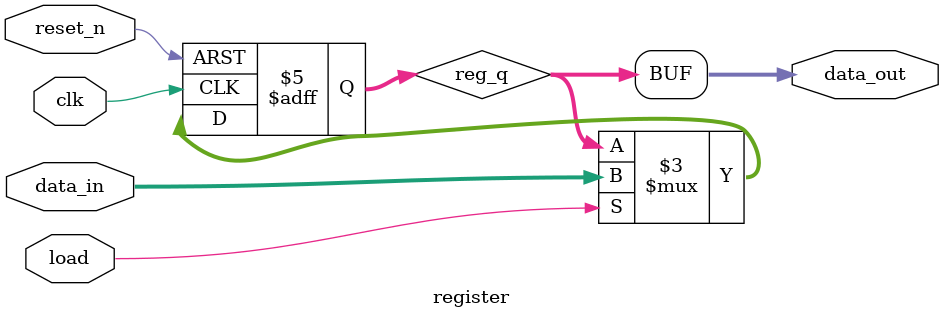
<source format=sv>
module register #(
    parameter int WIDTH = 64
)(
    input  logic clk,
    input  logic reset_n,
    input  logic load,
    input  logic [WIDTH-1:0] data_in,
    output logic [WIDTH-1:0] data_out
);

    logic [WIDTH-1:0] reg_q;

    always_ff @(posedge clk or negedge reset_n) begin
        if (!reset_n)
            reg_q <= '0;
        else if (load)
            reg_q <= data_in;
    end

    assign data_out = reg_q;

endmodule

</source>
